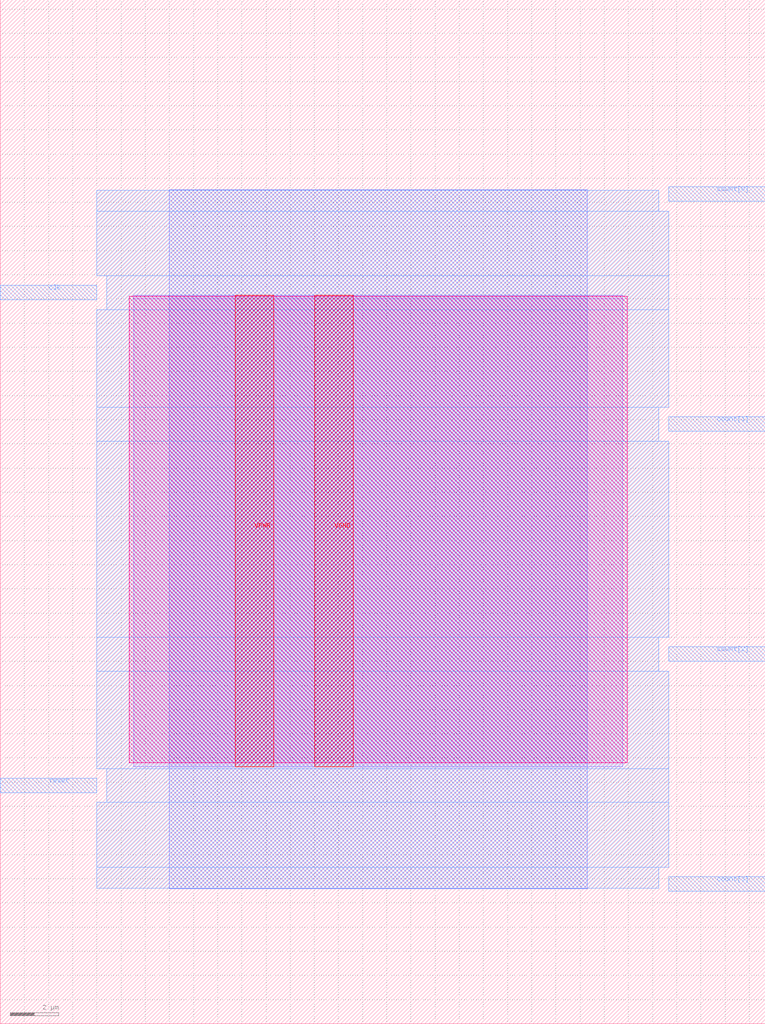
<source format=lef>
VERSION 5.7 ;
  NOWIREEXTENSIONATPIN ON ;
  DIVIDERCHAR "/" ;
  BUSBITCHARS "[]" ;
MACRO counter
  CLASS BLOCK ;
  FOREIGN counter ;
  ORIGIN 0.000 0.000 ;
  SIZE 31.665 BY 42.385 ;
  PIN VGND
    DIRECTION INOUT ;
    USE GROUND ;
    PORT
      LAYER met4 ;
        RECT 13.020 10.640 14.620 30.160 ;
    END
  END VGND
  PIN VPWR
    DIRECTION INOUT ;
    USE POWER ;
    PORT
      LAYER met4 ;
        RECT 9.720 10.640 11.320 30.160 ;
    END
  END VPWR
  PIN clk
    DIRECTION INPUT ;
    USE SIGNAL ;
    ANTENNAGATEAREA 0.852000 ;
    PORT
      LAYER met3 ;
        RECT 0.000 29.960 4.000 30.560 ;
    END
  END clk
  PIN count[0]
    DIRECTION OUTPUT ;
    USE SIGNAL ;
    ANTENNADIFFAREA 0.340600 ;
    PORT
      LAYER met3 ;
        RECT 27.665 34.040 31.665 34.640 ;
    END
  END count[0]
  PIN count[1]
    DIRECTION OUTPUT ;
    USE SIGNAL ;
    ANTENNADIFFAREA 0.340600 ;
    PORT
      LAYER met3 ;
        RECT 27.665 24.520 31.665 25.120 ;
    END
  END count[1]
  PIN count[2]
    DIRECTION OUTPUT ;
    USE SIGNAL ;
    ANTENNADIFFAREA 0.340600 ;
    PORT
      LAYER met3 ;
        RECT 27.665 15.000 31.665 15.600 ;
    END
  END count[2]
  PIN count[3]
    DIRECTION OUTPUT ;
    USE SIGNAL ;
    ANTENNADIFFAREA 0.340600 ;
    PORT
      LAYER met3 ;
        RECT 27.665 5.480 31.665 6.080 ;
    END
  END count[3]
  PIN reset
    DIRECTION INPUT ;
    USE SIGNAL ;
    ANTENNAGATEAREA 0.196500 ;
    PORT
      LAYER met3 ;
        RECT 0.000 9.560 4.000 10.160 ;
    END
  END reset
  OBS
      LAYER nwell ;
        RECT 5.330 10.795 25.950 30.110 ;
      LAYER li1 ;
        RECT 5.520 10.795 25.760 30.005 ;
      LAYER met1 ;
        RECT 5.520 10.640 25.760 30.160 ;
      LAYER met2 ;
        RECT 6.990 5.595 24.290 34.525 ;
      LAYER met3 ;
        RECT 4.000 33.640 27.265 34.505 ;
        RECT 4.000 30.960 27.665 33.640 ;
        RECT 4.400 29.560 27.665 30.960 ;
        RECT 4.000 25.520 27.665 29.560 ;
        RECT 4.000 24.120 27.265 25.520 ;
        RECT 4.000 16.000 27.665 24.120 ;
        RECT 4.000 14.600 27.265 16.000 ;
        RECT 4.000 10.560 27.665 14.600 ;
        RECT 4.400 9.160 27.665 10.560 ;
        RECT 4.000 6.480 27.665 9.160 ;
        RECT 4.000 5.615 27.265 6.480 ;
  END
END counter
END LIBRARY


</source>
